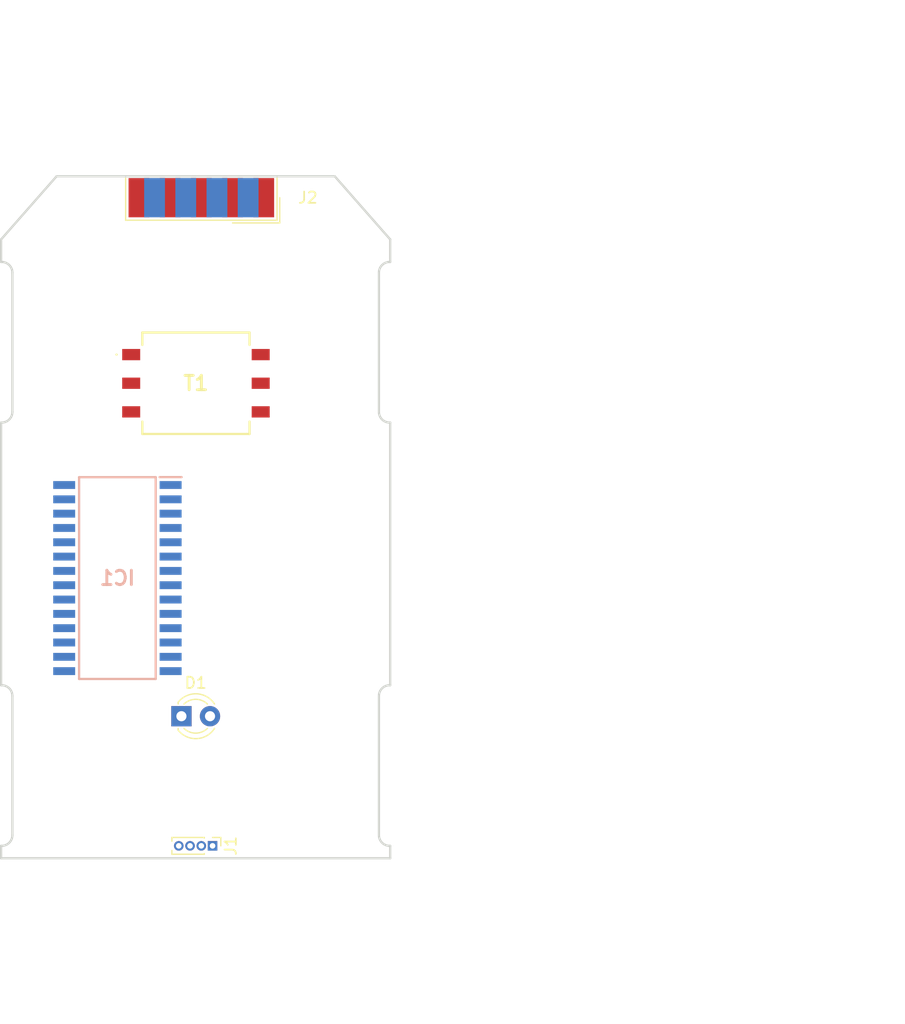
<source format=kicad_pcb>
(kicad_pcb (version 20241229) (generator "pcbnew") (generator_version "9.0")
  (layers (0 "F.Cu" signal) (2 "B.Cu" signal) (13 "F.Paste" user) (15 "B.Paste" user) (5 "F.SilkS" user "F.Silkscreen") (7 "B.SilkS" user "B.Silkscreen") (1 "F.Mask" user) (3 "B.Mask" user) (25 "Edge.Cuts" user))
  (net 0 "")
  (net 1 "/D-")
  (net 2 "+5V")
  (net 3 "GND")
  (net 4 "/D+")
  (net 7 "/CAN_L")
  (net 11 "/CAN_H")
  (footprint "LED_THT:LED_D3.0mm_Clear" (layer "F.Cu") (at 140.96 102.5)
    (property "Reference" "D1" (at 1.27 -2.96 0) (layer "F.SilkS"))
    (property "Value" "LED")
    (fp_line (start -0.29 -1.236) (end -0.29 -1.08) (stroke (width 0.12)) (layer "F.SilkS"))
    (fp_line (start -0.29 1.08) (end -0.29 1.236) (stroke (width 0.12)) (layer "F.SilkS"))
    (fp_arc (start -0.29 -1.235516) (mid 1.36566 -1.987699) (end 2.941437 -1.08) (stroke (width 0.12)) (layer "F.SilkS"))
    (fp_arc (start 0.229039 -1.08) (mid 1.27 -1.5) (end 2.310961 -1.08) (stroke (width 0.12)) (layer "F.SilkS"))
    (fp_arc (start 2.310961 1.08) (mid 1.27 1.5) (end 0.229039 1.08) (stroke (width 0.12)) (layer "F.SilkS"))
    (fp_arc (start 2.941437 1.08) (mid 1.36566 1.987699) (end -0.29 1.235516) (stroke (width 0.12)) (layer "F.SilkS"))
    (pad "1" thru_hole rect (at 0 0) (size 1.8 1.8) (drill 0.9) (layers "*.Cu" "*.Mask"))
    (pad "2" thru_hole circle (at 2.54 0) (size 1.8 1.8) (drill 0.9) (layers "*.Cu" "*.Mask"))
  )
  (footprint "Connector_PinHeader_1.00mm:PinHeader_1x04_P1.00mm_Vertical" (layer "F.Cu") (at 143.725 114 -90)
    (property "Reference" "J1" (at 0 -1.61 90) (layer "F.SilkS"))
    (property "Value" "Conn_01x04")
    (fp_line (start -0.745 3.61) (end -0.41003 3.61) (stroke (width 0.12)) (layer "F.SilkS"))
    (fp_line (start 0.41003 3.61) (end 0.745 3.61) (stroke (width 0.12)) (layer "F.SilkS"))
    (fp_line (start -0.745 0.735) (end -0.745 3.61) (stroke (width 0.12)) (layer "F.SilkS"))
    (fp_line (start -0.745 0.735) (end -0.685565 0.735) (stroke (width 0.12)) (layer "F.SilkS"))
    (fp_line (start 0.685565 0.735) (end 0.745 0.735) (stroke (width 0.12)) (layer "F.SilkS"))
    (fp_line (start 0.745 0.735) (end 0.745 3.61) (stroke (width 0.12)) (layer "F.SilkS"))
    (fp_line (start -0.745 0) (end -0.745 -0.735) (stroke (width 0.12)) (layer "F.SilkS"))
    (fp_line (start -0.745 -0.735) (end 0 -0.735) (stroke (width 0.12)) (layer "F.SilkS"))
    (pad "1" thru_hole rect (at 0 0 270) (size 0.85 0.85) (drill 0.5) (layers "*.Cu" "*.Mask") (net 3 "GND"))
    (pad "2" thru_hole circle (at 0 1 270) (size 0.85 0.85) (drill 0.5) (layers "*.Cu" "*.Mask") (net 4 "/D+"))
    (pad "3" thru_hole circle (at 0 2 270) (size 0.85 0.85) (drill 0.5) (layers "*.Cu" "*.Mask") (net 1 "/D-"))
    (pad "4" thru_hole circle (at 0 3 270) (size 0.85 0.85) (drill 0.5) (layers "*.Cu" "*.Mask") (net 2 "+5V"))
  )
  (footprint "footprints:DSUB-9_Pins_EdgeMount_P2.77mm" (layer "F.Cu") (at 142.73 56.5 180)
    (property "Reference" "J2" (at -9.463333 0 0) (layer "F.SilkS"))
    (property "Value" "Conn_01x09")
    (fp_line (start 6.723333 1.74) (end 6.723333 -2) (stroke (width 0.12)) (layer "F.SilkS"))
    (fp_line (start 6.723333 -2) (end -6.723333 -2) (stroke (width 0.12)) (layer "F.SilkS"))
    (fp_line (start -6.723333 -2) (end -6.723333 1.74) (stroke (width 0.12)) (layer "F.SilkS"))
    (fp_line (start -6.963333 0) (end -6.963333 -2.24) (stroke (width 0.12)) (layer "F.SilkS"))
    (fp_line (start -6.963333 -2.24) (end -2.77 -2.24) (stroke (width 0.12)) (layer "F.SilkS"))
    (pad "1" smd rect (at -5.54 0 180) (size 1.846667 3.48) (layers "F.Cu" "F.Mask" "F.Paste"))
    (pad "2" smd rect (at -2.77 0 180) (size 1.846667 3.48) (layers "F.Cu" "F.Mask" "F.Paste") (net 7 "/CAN_L"))
    (pad "3" smd rect (at 0 0 180) (size 1.846667 3.48) (layers "F.Cu" "F.Mask" "F.Paste"))
    (pad "4" smd rect (at 2.77 0 180) (size 1.846667 3.48) (layers "F.Cu" "F.Mask" "F.Paste"))
    (pad "5" smd rect (at 5.54 0 180) (size 1.846667 3.48) (layers "F.Cu" "F.Mask" "F.Paste"))
    (pad "6" smd rect (at -4.155 0 180) (size 1.846667 3.48) (layers "B.Cu" "B.Mask" "B.Paste"))
    (pad "7" smd rect (at -1.385 0 180) (size 1.846667 3.48) (layers "B.Cu" "B.Mask" "B.Paste") (net 11 "/CAN_H"))
    (pad "8" smd rect (at 1.385 0 180) (size 1.846667 3.48) (layers "B.Cu" "B.Mask" "B.Paste"))
    (pad "9" smd rect (at 4.155 0 180) (size 1.846667 3.48) (layers "B.Cu" "B.Mask" "B.Paste"))
  )
  (footprint "footprints:78253_55JC-R" (layer "F.Cu") (at 142.25 72.96)
    (property "Reference" "T1" (at 0 0 0) (layer "F.SilkS") (effects (font (size 1.27 1.27) (thickness 0.254))))
    (property "Value" "78253_35JVC-R" (hide yes))
    (fp_line (start -7.1 -2.54) (end -7.1 -2.54) (stroke (width 0.1)) (layer "F.SilkS"))
    (fp_line (start -7 -2.54) (end -7 -2.54) (stroke (width 0.1)) (layer "F.SilkS"))
    (fp_line (start -4.76 -4.5) (end 4.76 -4.5) (stroke (width 0.2)) (layer "F.SilkS"))
    (fp_line (start -4.76 -3.4) (end -4.76 -4.5) (stroke (width 0.2)) (layer "F.SilkS"))
    (fp_line (start -4.76 4.5) (end -4.76 3.4) (stroke (width 0.2)) (layer "F.SilkS"))
    (fp_line (start 4.76 -4.5) (end 4.76 -3.4) (stroke (width 0.2)) (layer "F.SilkS"))
    (fp_line (start 4.76 3.4) (end 4.76 4.5) (stroke (width 0.2)) (layer "F.SilkS"))
    (fp_line (start 4.76 4.5) (end -4.76 4.5) (stroke (width 0.2)) (layer "F.SilkS"))
    (fp_arc (start -7.1 -2.54) (mid -7.05 -2.59) (end -7 -2.54) (stroke (width 0.1)) (layer "F.SilkS"))
    (fp_arc (start -7 -2.54) (mid -7.05 -2.49) (end -7.1 -2.54) (stroke (width 0.1)) (layer "F.SilkS"))
    (pad "1" smd rect (at -5.75 -2.54 90) (size 1 1.6) (layers "F.Cu" "F.Mask" "F.Paste"))
    (pad "2" smd rect (at -5.75 0 90) (size 1 1.6) (layers "F.Cu" "F.Mask" "F.Paste"))
    (pad "3" smd rect (at -5.75 2.54 90) (size 1 1.6) (layers "F.Cu" "F.Mask" "F.Paste"))
    (pad "4" smd rect (at 5.75 2.54 90) (size 1 1.6) (layers "F.Cu" "F.Mask" "F.Paste"))
    (pad "5" smd rect (at 5.75 0 90) (size 1 1.6) (layers "F.Cu" "F.Mask" "F.Paste"))
    (pad "6" smd rect (at 5.75 -2.54 90) (size 1 1.6) (layers "F.Cu" "F.Mask" "F.Paste"))
  )
  (footprint "footprints:SOIC127P1032X265-28N" (layer "B.Cu") (at 135.275 90.245 180)
    (property "Reference" "IC1" (at 0 0 0) (layer "B.SilkS") (effects (font (size 1.27 1.27) (thickness 0.254)) (justify mirror)))
    (property "Value" "SJA1000T" (hide yes))
    (fp_line (start 3.4 8.95) (end 3.4 -8.95) (stroke (width 0.2)) (layer "B.SilkS"))
    (fp_line (start 3.4 -8.95) (end -3.4 -8.95) (stroke (width 0.2)) (layer "B.SilkS"))
    (fp_line (start -3.4 8.95) (end 3.4 8.95) (stroke (width 0.2)) (layer "B.SilkS"))
    (fp_line (start -3.4 -8.95) (end -3.4 8.95) (stroke (width 0.2)) (layer "B.SilkS"))
    (fp_line (start -5.7 8.955) (end -3.75 8.955) (stroke (width 0.2)) (layer "B.SilkS"))
    (pad "1" smd rect (at -4.725 8.255 90) (size 0.7 1.95) (layers "B.Cu" "B.Mask" "B.Paste"))
    (pad "2" smd rect (at -4.725 6.985 90) (size 0.7 1.95) (layers "B.Cu" "B.Mask" "B.Paste"))
    (pad "3" smd rect (at -4.725 5.715 90) (size 0.7 1.95) (layers "B.Cu" "B.Mask" "B.Paste"))
    (pad "4" smd rect (at -4.725 4.445 90) (size 0.7 1.95) (layers "B.Cu" "B.Mask" "B.Paste"))
    (pad "5" smd rect (at -4.725 3.175 90) (size 0.7 1.95) (layers "B.Cu" "B.Mask" "B.Paste"))
    (pad "6" smd rect (at -4.725 1.905 90) (size 0.7 1.95) (layers "B.Cu" "B.Mask" "B.Paste"))
    (pad "7" smd rect (at -4.725 0.635 90) (size 0.7 1.95) (layers "B.Cu" "B.Mask" "B.Paste"))
    (pad "8" smd rect (at -4.725 -0.635 90) (size 0.7 1.95) (layers "B.Cu" "B.Mask" "B.Paste"))
    (pad "9" smd rect (at -4.725 -1.905 90) (size 0.7 1.95) (layers "B.Cu" "B.Mask" "B.Paste"))
    (pad "10" smd rect (at -4.725 -3.175 90) (size 0.7 1.95) (layers "B.Cu" "B.Mask" "B.Paste"))
    (pad "11" smd rect (at -4.725 -4.445 90) (size 0.7 1.95) (layers "B.Cu" "B.Mask" "B.Paste"))
    (pad "12" smd rect (at -4.725 -5.715 90) (size 0.7 1.95) (layers "B.Cu" "B.Mask" "B.Paste"))
    (pad "13" smd rect (at -4.725 -6.985 90) (size 0.7 1.95) (layers "B.Cu" "B.Mask" "B.Paste"))
    (pad "14" smd rect (at -4.725 -8.255 90) (size 0.7 1.95) (layers "B.Cu" "B.Mask" "B.Paste"))
    (pad "15" smd rect (at 4.725 -8.255 90) (size 0.7 1.95) (layers "B.Cu" "B.Mask" "B.Paste"))
    (pad "16" smd rect (at 4.725 -6.985 90) (size 0.7 1.95) (layers "B.Cu" "B.Mask" "B.Paste"))
    (pad "17" smd rect (at 4.725 -5.715 90) (size 0.7 1.95) (layers "B.Cu" "B.Mask" "B.Paste"))
    (pad "18" smd rect (at 4.725 -4.445 90) (size 0.7 1.95) (layers "B.Cu" "B.Mask" "B.Paste"))
    (pad "19" smd rect (at 4.725 -3.175 90) (size 0.7 1.95) (layers "B.Cu" "B.Mask" "B.Paste"))
    (pad "20" smd rect (at 4.725 -1.905 90) (size 0.7 1.95) (layers "B.Cu" "B.Mask" "B.Paste"))
    (pad "21" smd rect (at 4.725 -0.635 90) (size 0.7 1.95) (layers "B.Cu" "B.Mask" "B.Paste"))
    (pad "22" smd rect (at 4.725 0.635 90) (size 0.7 1.95) (layers "B.Cu" "B.Mask" "B.Paste"))
    (pad "23" smd rect (at 4.725 1.905 90) (size 0.7 1.95) (layers "B.Cu" "B.Mask" "B.Paste"))
    (pad "24" smd rect (at 4.725 3.175 90) (size 0.7 1.95) (layers "B.Cu" "B.Mask" "B.Paste"))
    (pad "25" smd rect (at 4.725 4.445 90) (size 0.7 1.95) (layers "B.Cu" "B.Mask" "B.Paste"))
    (pad "26" smd rect (at 4.725 5.715 90) (size 0.7 1.95) (layers "B.Cu" "B.Mask" "B.Paste"))
    (pad "27" smd rect (at 4.725 6.985 90) (size 0.7 1.95) (layers "B.Cu" "B.Mask" "B.Paste"))
    (pad "28" smd rect (at 4.725 8.255 90) (size 0.7 1.95) (layers "B.Cu" "B.Mask" "B.Paste"))
  )
  (gr_arc (start 124.999998 62.2) (mid 125.671751 62.478249) (end 125.95 63.150002) (stroke (width 0.2)) (layer "Edge.Cuts"))
  (gr_line (start 124.95 114) (end 124.95 115.1) (stroke (width 0.2)) (layer "Edge.Cuts"))
  (gr_line (start 124.95 76.45) (end 124.95 99.75) (stroke (width 0.2)) (layer "Edge.Cuts"))
  (gr_arc (start 158.5 100.7) (mid 158.778249 100.028249) (end 159.45 99.75) (stroke (width 0.2)) (layer "Edge.Cuts"))
  (gr_line (start 159.5 76.45) (end 159.45 76.45) (stroke (width 0.2)) (layer "Edge.Cuts"))
  (gr_arc (start 125.95 113.049998) (mid 125.671751 113.721751) (end 124.999998 114) (stroke (width 0.2)) (layer "Edge.Cuts"))
  (gr_line (start 124.95 62.2) (end 124.999998 62.2) (stroke (width 0.2)) (layer "Edge.Cuts"))
  (gr_arc (start 124.999998 99.75) (mid 125.671751 100.028249) (end 125.95 100.700002) (stroke (width 0.2)) (layer "Edge.Cuts"))
  (gr_line (start 159.5 60.2) (end 154.575 54.6) (stroke (width 0.2)) (layer "Edge.Cuts"))
  (gr_line (start 124.95 99.75) (end 124.999998 99.75) (stroke (width 0.2)) (layer "Edge.Cuts"))
  (gr_line (start 154.575 54.6) (end 129.875 54.6) (stroke (width 0.2)) (layer "Edge.Cuts"))
  (gr_line (start 129.875 54.6) (end 124.95 60.2) (stroke (width 0.2)) (layer "Edge.Cuts"))
  (gr_line (start 159.5 115.1) (end 159.5 114) (stroke (width 0.2)) (layer "Edge.Cuts"))
  (gr_line (start 124.999998 76.45) (end 124.95 76.45) (stroke (width 0.2)) (layer "Edge.Cuts"))
  (gr_line (start 124.999998 114) (end 124.95 114) (stroke (width 0.2)) (layer "Edge.Cuts"))
  (gr_line (start 159.5 114) (end 159.45 114) (stroke (width 0.2)) (layer "Edge.Cuts"))
  (gr_arc (start 125.95 75.499998) (mid 125.671751 76.171751) (end 124.999998 76.45) (stroke (width 0.2)) (layer "Edge.Cuts"))
  (gr_arc (start 159.45 76.45) (mid 158.778249 76.171751) (end 158.5 75.5) (stroke (width 0.2)) (layer "Edge.Cuts"))
  (gr_line (start 159.5 99.75) (end 159.5 76.45) (stroke (width 0.2)) (layer "Edge.Cuts"))
  (gr_line (start 125.95 100.700002) (end 125.95 113.049998) (stroke (width 0.2)) (layer "Edge.Cuts"))
  (gr_line (start 159.45 62.2) (end 159.5 62.2) (stroke (width 0.2)) (layer "Edge.Cuts"))
  (gr_arc (start 158.5 63.15) (mid 158.778249 62.478249) (end 159.45 62.2) (stroke (width 0.2)) (layer "Edge.Cuts"))
  (gr_line (start 124.95 60.2) (end 124.95 62.2) (stroke (width 0.2)) (layer "Edge.Cuts"))
  (gr_line (start 159.5 62.2) (end 159.5 60.2) (stroke (width 0.2)) (layer "Edge.Cuts"))
  (gr_line (start 158.5 75.5) (end 158.5 63.15) (stroke (width 0.2)) (layer "Edge.Cuts"))
  (gr_line (start 159.45 99.75) (end 159.5 99.75) (stroke (width 0.2)) (layer "Edge.Cuts"))
  (gr_line (start 158.5 113.05) (end 158.5 100.7) (stroke (width 0.2)) (layer "Edge.Cuts"))
  (gr_arc (start 159.45 114) (mid 158.778249 113.721751) (end 158.5 113.05) (stroke (width 0.2)) (layer "Edge.Cuts"))
  (gr_line (start 125.95 63.150002) (end 125.95 75.499998) (stroke (width 0.2)) (layer "Edge.Cuts"))
  (gr_line (start 124.95 115.1) (end 159.5 115.1) (stroke (width 0.2)) (layer "Edge.Cuts"))
)
</source>
